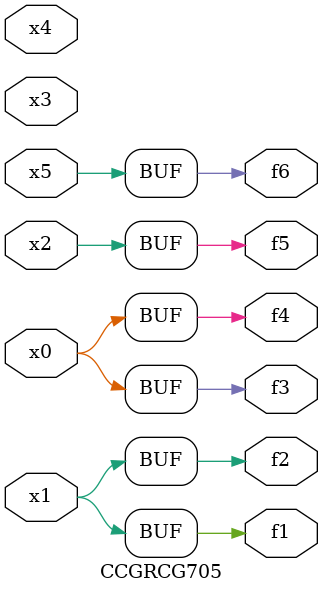
<source format=v>
module CCGRCG705(
	input x0, x1, x2, x3, x4, x5,
	output f1, f2, f3, f4, f5, f6
);
	assign f1 = x1;
	assign f2 = x1;
	assign f3 = x0;
	assign f4 = x0;
	assign f5 = x2;
	assign f6 = x5;
endmodule

</source>
